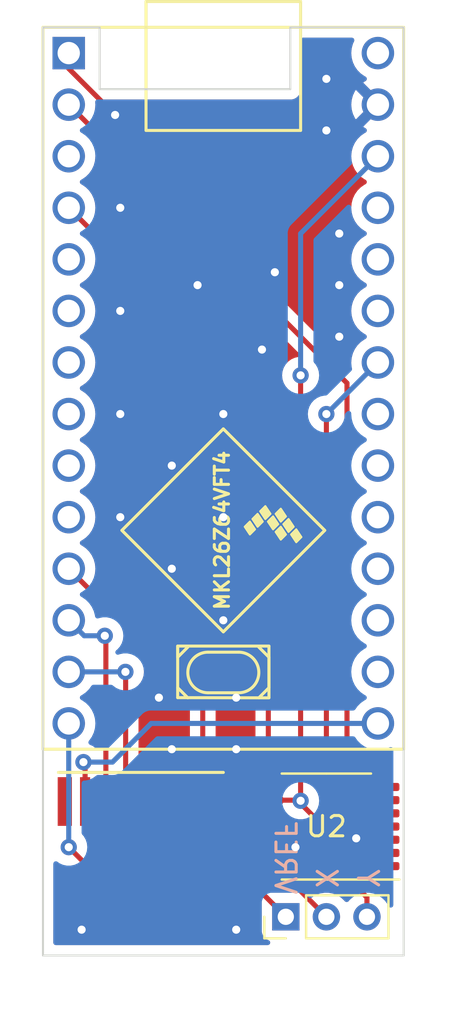
<source format=kicad_pcb>
(kicad_pcb (version 20211014) (generator pcbnew)
  (layers (0 "F.Cu" signal) (31 "B.Cu" signal) (34 "B.Paste" user) (35 "F.Paste" user) (36 "B.SilkS" user "B.Silkscreen") (37 "F.SilkS" user "F.Silkscreen") (38 "B.Mask" user) (39 "F.Mask" user) (44 "Edge.Cuts" user))
  (net 0 "")
  (net 1 "+3V3")
  (net 2 "GND")
  (net 8 "/CAP_COPI")
  (net 9 "/CAP_DR")
  (net 10 "/CAP_CS")
  (net 11 "/CAP_CIPO")
  (net 12 "/CAP_CLK")
  (net 13 "/VREF")
  (net 14 "/POT_X")
  (net 15 "/POT_Y")
  (net 16 "/VIN")
  (net 23 "/DAC_CLK")
  (net 33 "/DAC_LATCH")
  (net 35 "/DAC_DATA")
  (footprint "teensy:Teensy_LC" (layer "F.Cu") (at 134.62 102.87 -90)
    (fp_text reference "U1" hide)
    (fp_text value "Teensy-LC")
    (fp_text user "MKL26Z64VFT4" (at 7 0.06 90) (layer "F.SilkS") (effects (font (size 0.7 0.7))))
    (fp_line (start 12.7 2.25) (end 12.7 -2.25) (layer "F.SilkS") (width 0.15))
    (fp_line (start -19.05 3.81) (end -19.05 -3.81) (layer "F.SilkS") (width 0.15))
    (fp_line (start -12.7 3.81) (end -17.78 3.81) (layer "F.SilkS") (width 0.15))
    (fp_line (start 13 -0.75) (end 13 0.75) (layer "F.SilkS") (width 0.15))
    (fp_line (start 15.25 -2.25) (end 15.24 2.25) (layer "F.SilkS") (width 0.15))
    (fp_line (start 15 0.75) (end 15 -0.75) (layer "F.SilkS") (width 0.15))
    (fp_line (start 12.7 2.25) (end 13.25 2.25) (layer "F.SilkS") (width 0.15))
    (fp_line (start -17.78 8.89) (end -17.78 -8.89) (layer "F.SilkS") (width 0.15))
    (fp_line (start 14.75 -2.25) (end 13.25 -2.25) (layer "F.SilkS") (width 0.15))
    (fp_line (start 12.7 -2.25) (end 15.24 -2.25) (layer "F.SilkS") (width 0.15))
    (fp_line (start 15.24 2.25) (end 12.7 2.25) (layer "F.SilkS") (width 0.15))
    (fp_line (start 12 0) (end 7 -5) (layer "F.SilkS") (width 0.15))
    (fp_line (start 2 0) (end 7 5) (layer "F.SilkS") (width 0.15))
    (fp_line (start 7 -5) (end 2 0) (layer "F.SilkS") (width 0.15))
    (fp_line (start 7 5) (end 12 0) (layer "F.SilkS") (width 0.15))
    (fp_line (start 15.25 -1.75) (end 14.75 -2.25) (layer "F.SilkS") (width 0.15))
    (fp_line (start 15.25 1.75) (end 14.75 2.25) (layer "F.SilkS") (width 0.15))
    (fp_line (start 17.78 -8.89) (end 17.78 8.89) (layer "F.SilkS") (width 0.15))
    (fp_line (start -17.78 -8.89) (end 17.78 -8.89) (layer "F.SilkS") (width 0.15))
    (fp_line (start 17.78 8.89) (end -17.78 8.89) (layer "F.SilkS") (width 0.15))
    (fp_line (start 12.75 -1.75) (end 13.25 -2.25) (layer "F.SilkS") (width 0.15))
    (fp_line (start -12.7 3.81) (end -12.7 -3.81) (layer "F.SilkS") (width 0.15))
    (fp_line (start -17.78 3.81) (end -19.05 3.81) (layer "F.SilkS") (width 0.15))
    (fp_line (start 13.25 2.25) (end 12.75 1.75) (layer "F.SilkS") (width 0.15))
    (fp_line (start -19.05 -3.81) (end -17.78 -3.81) (layer "F.SilkS") (width 0.15))
    (fp_line (start -12.7 -3.81) (end -17.78 -3.81) (layer "F.SilkS") (width 0.15))
    (fp_arc (start 15 0.75) (mid 14 1.75) (end 13 0.75) (layer "F.SilkS") (width 0.15))
    (fp_arc (start 13 -0.75) (mid 14 -1.75) (end 15 -0.75) (layer "F.SilkS") (width 0.15))
    (fp_poly (pts (xy 6.695 -2.96) (xy 6.441 -3.214) (xy 6.822 -3.468) (xy 7.076 -3.214)) (layer "F.SilkS") (width 0.1) (fill solid))
    (fp_poly (pts (xy 6.441 -1.436) (xy 6.187 -1.69) (xy 6.568 -1.944) (xy 6.822 -1.69)) (layer "F.SilkS") (width 0.1) (fill solid))
    (fp_poly (pts (xy 6.822 -1.055) (xy 6.568 -1.309) (xy 6.949 -1.563) (xy 7.203 -1.309)) (layer "F.SilkS") (width 0.1) (fill solid))
    (fp_poly (pts (xy 6.06 -1.817) (xy 5.806 -2.071) (xy 6.187 -2.325) (xy 6.441 -2.071)) (layer "F.SilkS") (width 0.1) (fill solid))
    (fp_poly (pts (xy 7.203 -3.341) (xy 6.949 -3.595) (xy 7.33 -3.849) (xy 7.584 -3.595)) (layer "F.SilkS") (width 0.1) (fill solid))
    (fp_poly (pts (xy 7.076 -2.579) (xy 6.822 -2.833) (xy 7.203 -3.087) (xy 7.457 -2.833)) (layer "F.SilkS") (width 0.1) (fill solid))
    (fp_poly (pts (xy 6.568 -2.198) (xy 6.314 -2.452) (xy 6.695 -2.706) (xy 6.949 -2.452)) (layer "F.SilkS") (width 0.1) (fill solid))
    (fp_poly (pts (xy 6.187 -2.579) (xy 5.933 -2.833) (xy 6.314 -3.087) (xy 6.568 -2.833)) (layer "F.SilkS") (width 0.1) (fill solid))
    (pad "1" thru_hole rect (at -16.51 7.62 270) (size 1.6 1.6) (drill 1.1) (layers *.Cu *.Mask) (net 2 "GND"))
    (pad "2" thru_hole circle (at -13.97 7.62 270) (size 1.6 1.6) (drill 1.1) (layers *.Cu *.Mask) (net 35 "/DAC_DATA"))
    (pad "3" thru_hole circle (at -11.43 7.62 270) (size 1.6 1.6) (drill 1.1) (layers *.Cu *.Mask))
    (pad "4" thru_hole circle (at -8.89 7.62 270) (size 1.6 1.6) (drill 1.1) (layers *.Cu *.Mask) (net 33 "/DAC_LATCH"))
    (pad "5" thru_hole circle (at -6.35 7.62 270) (size 1.6 1.6) (drill 1.1) (layers *.Cu *.Mask))
    (pad "6" thru_hole circle (at -3.81 7.62 270) (size 1.6 1.6) (drill 1.1) (layers *.Cu *.Mask))
    (pad "7" thru_hole circle (at -1.27 7.62 270) (size 1.6 1.6) (drill 1.1) (layers *.Cu *.Mask))
    (pad "8" thru_hole circle (at 1.27 7.62 270) (size 1.6 1.6) (drill 1.1) (layers *.Cu *.Mask))
    (pad "9" thru_hole circle (at 3.81 7.62 270) (size 1.6 1.6) (drill 1.1) (layers *.Cu *.Mask))
    (pad "10" thru_hole circle (at 6.35 7.62 270) (size 1.6 1.6) (drill 1.1) (layers *.Cu *.Mask))
    (pad "11" thru_hole circle (at 8.89 7.62 270) (size 1.6 1.6) (drill 1.1) (layers *.Cu *.Mask) (net 9 "/CAP_DR"))
    (pad "12" thru_hole circle (at 11.43 7.62 270) (size 1.6 1.6) (drill 1.1) (layers *.Cu *.Mask) (net 10 "/CAP_CS"))
    (pad "13" thru_hole circle (at 13.97 7.62 270) (size 1.6 1.6) (drill 1.1) (layers *.Cu *.Mask) (net 8 "/CAP_COPI"))
    (pad "14" thru_hole circle (at 16.51 7.62 270) (size 1.6 1.6) (drill 1.1) (layers *.Cu *.Mask) (net 11 "/CAP_CIPO"))
    (pad "20" thru_hole circle (at 16.51 -7.62 270) (size 1.6 1.6) (drill 1.1) (layers *.Cu *.Mask) (net 12 "/CAP_CLK"))
    (pad "21" thru_hole circle (at 13.97 -7.62 270) (size 1.6 1.6) (drill 1.1) (layers *.Cu *.Mask))
    (pad "22" thru_hole circle (at 11.43 -7.62 270) (size 1.6 1.6) (drill 1.1) (layers *.Cu *.Mask))
    (pad "23" thru_hole circle (at 8.89 -7.62 270) (size 1.6 1.6) (drill 1.1) (layers *.Cu *.Mask))
    (pad "24" thru_hole circle (at 6.35 -7.62 270) (size 1.6 1.6) (drill 1.1) (layers *.Cu *.Mask))
    (pad "25" thru_hole circle (at 3.81 -7.62 270) (size 1.6 1.6) (drill 1.1) (layers *.Cu *.Mask))
    (pad "26" thru_hole circle (at 1.27 -7.62 270) (size 1.6 1.6) (drill 1.1) (layers *.Cu *.Mask))
    (pad "27" thru_hole circle (at -1.27 -7.62 270) (size 1.6 1.6) (drill 1.1) (layers *.Cu *.Mask) (net 23 "/DAC_CLK"))
    (pad "28" thru_hole circle (at -3.81 -7.62 270) (size 1.6 1.6) (drill 1.1) (layers *.Cu *.Mask))
    (pad "29" thru_hole circle (at -6.35 -7.62 270) (size 1.6 1.6) (drill 1.1) (layers *.Cu *.Mask))
    (pad "30" thru_hole circle (at -8.89 -7.62 270) (size 1.6 1.6) (drill 1.1) (layers *.Cu *.Mask))
    (pad "31" thru_hole circle (at -11.43 -7.62 270) (size 1.6 1.6) (drill 1.1) (layers *.Cu *.Mask) (net 1 "+3V3"))
    (pad "32" thru_hole circle (at -13.97 -7.62 270) (size 1.6 1.6) (drill 1.1) (layers *.Cu *.Mask) (net 2 "GND"))
    (pad "33" thru_hole circle (at -16.51 -7.62 270) (size 1.6 1.6) (drill 1.1) (layers *.Cu *.Mask) (net 16 "/VIN"))
  )
  (footprint "Dream Controller:TE Connectivity 12P0.5mm FPC" (layer "F.Cu") (at 133.306 126.526)
    (fp_text reference "J1" hide)
    (fp_text value "Touchplate")
    (pad "" smd rect (at 0.975 -3.3) (size 0.7 2.4) (layers "F.Cu" "F.Paste" "F.Mask"))
    (pad "" smd rect (at 1 1.2) (size 0.7 2.4) (layers "F.Cu" "F.Paste" "F.Mask"))
    (pad "" smd rect (at -6.5 -3.3) (size 0.7 2.4) (layers "F.Cu" "F.Paste" "F.Mask"))
    (pad "" smd rect (at -6.5 1.2) (size 0.7 2.4) (layers "F.Cu" "F.Paste" "F.Mask"))
    (pad "1" smd rect (at 0 1.2) (size 0.5 2.4) (layers "F.Cu" "F.Paste" "F.Mask") (net 1 "+3V3"))
    (pad "2" smd rect (at -0.5 -3.3) (size 0.5 2.4) (layers "F.Cu" "F.Paste" "F.Mask") (net 2 "GND"))
    (pad "3" smd rect (at -1 1.2) (size 0.5 2.4) (layers "F.Cu" "F.Paste" "F.Mask"))
    (pad "4" smd rect (at -1.5 -3.3) (size 0.5 2.4) (layers "F.Cu" "F.Paste" "F.Mask"))
    (pad "5" smd rect (at -2 1.2) (size 0.5 2.4) (layers "F.Cu" "F.Paste" "F.Mask"))
    (pad "6" smd rect (at -2.5 -3.3) (size 0.5 2.4) (layers "F.Cu" "F.Paste" "F.Mask"))
    (pad "7" smd rect (at -3 1.2) (size 0.5 2.4) (layers "F.Cu" "F.Paste" "F.Mask"))
    (pad "8" smd rect (at -3.5 -3.3) (size 0.5 2.4) (layers "F.Cu" "F.Paste" "F.Mask") (net 8 "/CAP_COPI"))
    (pad "9" smd rect (at -4 1.2) (size 0.5 2.4) (layers "F.Cu" "F.Paste" "F.Mask") (net 9 "/CAP_DR"))
    (pad "10" smd rect (at -4.475 -3.3) (size 0.5 2.4) (layers "F.Cu" "F.Paste" "F.Mask") (net 10 "/CAP_CS"))
    (pad "11" smd rect (at -4.975 1.2) (size 0.5 2.4) (layers "F.Cu" "F.Paste" "F.Mask") (net 11 "/CAP_CIPO"))
    (pad "12" smd rect (at -5.5 -3.3) (size 0.5 2.4) (layers "F.Cu" "F.Paste" "F.Mask") (net 12 "/CAP_CLK"))
  )
  (footprint "Connector_PinHeader_2.00mm:PinHeader_1x03_P2.00mm_Vertical" (layer "F.Cu") (at 137.7 128.905 90)
    (fp_text reference "J2" hide)
    (fp_text value "Joystick")
    (fp_line (start -1.06 0) (end -1.06 -1.06) (layer "F.SilkS") (width 0.12))
    (fp_line (start -1.06 1) (end 1.06 1) (layer "F.SilkS") (width 0.12))
    (fp_line (start -1.06 -1.06) (end 0 -1.06) (layer "F.SilkS") (width 0.12))
    (fp_line (start -1.06 1) (end -1.06 5.06) (layer "F.SilkS") (width 0.12))
    (fp_line (start -1.06 5.06) (end 1.06 5.06) (layer "F.SilkS") (width 0.12))
    (fp_line (start 1.06 1) (end 1.06 5.06) (layer "F.SilkS") (width 0.12))
    (pad "1" thru_hole rect (at 0 0 90) (size 1.35 1.35) (drill 0.8) (layers *.Cu *.Mask) (net 13 "/VREF"))
    (pad "2" thru_hole oval (at 0 2 90) (size 1.35 1.35) (drill 0.8) (layers *.Cu *.Mask) (net 14 "/POT_X"))
    (pad "3" thru_hole oval (at 0 4 90) (size 1.35 1.35) (drill 0.8) (layers *.Cu *.Mask) (net 15 "/POT_Y"))
  )
  (footprint "Package_SO:TSSOP-14_4.4x5mm_P0.65mm" (layer "F.Cu") (at 139.7 124.46 180)
    (fp_text reference "U2" (at 0 0) (layer "F.SilkS"))
    (fp_text value "MCP4922")
    (fp_line (start 0 -2.61) (end 2.2 -2.61) (layer "F.SilkS") (width 0.12))
    (fp_line (start 0 -2.61) (end -3.6 -2.61) (layer "F.SilkS") (width 0.12))
    (fp_line (start 0 2.61) (end 2.2 2.61) (layer "F.SilkS") (width 0.12))
    (fp_line (start 0 2.61) (end -2.2 2.61) (layer "F.SilkS") (width 0.12))
    (pad "1" smd roundrect (at -2.8625 -1.95 180) (size 1.475 0.4) (layers "F.Cu" "F.Paste" "F.Mask") (net 1 "+3V3"))
    (pad "2" smd roundrect (at -2.8625 -1.3 180) (size 1.475 0.4) (layers "F.Cu" "F.Paste" "F.Mask"))
    (pad "3" smd roundrect (at -2.8625 -0.65 180) (size 1.475 0.4) (layers "F.Cu" "F.Paste" "F.Mask") (net 2 "GND"))
    (pad "4" smd roundrect (at -2.8625 0 180) (size 1.475 0.4) (layers "F.Cu" "F.Paste" "F.Mask") (net 23 "/DAC_CLK"))
    (pad "5" smd roundrect (at -2.8625 0.65 180) (size 1.475 0.4) (layers "F.Cu" "F.Paste" "F.Mask") (net 35 "/DAC_DATA"))
    (pad "6" smd roundrect (at -2.8625 1.3 180) (size 1.475 0.4) (layers "F.Cu" "F.Paste" "F.Mask"))
    (pad "7" smd roundrect (at -2.8625 1.95 180) (size 1.475 0.4) (layers "F.Cu" "F.Paste" "F.Mask"))
    (pad "8" smd roundrect (at 2.8625 1.95 180) (size 1.475 0.4) (layers "F.Cu" "F.Paste" "F.Mask") (net 33 "/DAC_LATCH"))
    (pad "9" smd roundrect (at 2.8625 1.3 180) (size 1.475 0.4) (layers "F.Cu" "F.Paste" "F.Mask") (net 1 "+3V3"))
    (pad "10" smd roundrect (at 2.8625 0.65 180) (size 1.475 0.4) (layers "F.Cu" "F.Paste" "F.Mask") (net 15 "/POT_Y"))
    (pad "11" smd roundrect (at 2.8625 0 180) (size 1.475 0.4) (layers "F.Cu" "F.Paste" "F.Mask") (net 13 "/VREF"))
    (pad "12" smd roundrect (at 2.8625 -0.65 180) (size 1.475 0.4) (layers "F.Cu" "F.Paste" "F.Mask") (net 2 "GND"))
    (pad "13" smd roundrect (at 2.8625 -1.3 180) (size 1.475 0.4) (layers "F.Cu" "F.Paste" "F.Mask") (net 13 "/VREF"))
    (pad "14" smd roundrect (at 2.8625 -1.95 180) (size 1.475 0.4) (layers "F.Cu" "F.Paste" "F.Mask") (net 14 "/POT_X"))
  )
  (gr_line (start 134.62 121.793) (end 126.492 121.793) (layer "F.SilkS") (width 0.15))
  (gr_line (start 125.73 85.09) (end 128.524 85.09) (layer "Edge.Cuts") (width 0.1))
  (gr_line (start 143.51 85.09) (end 143.51 130.81) (layer "Edge.Cuts") (width 0.1))
  (gr_line (start 125.73 130.81) (end 125.73 85.09) (layer "Edge.Cuts") (width 0.1))
  (gr_line (start 137.922 85.09) (end 143.51 85.09) (layer "Edge.Cuts") (width 0.1))
  (gr_line (start 128.524 85.09) (end 128.524 88.138) (layer "Edge.Cuts") (width 0.1))
  (gr_line (start 137.922 88.138) (end 137.922 85.09) (layer "Edge.Cuts") (width 0.1))
  (gr_line (start 143.51 130.81) (end 125.73 130.81) (layer "Edge.Cuts") (width 0.1))
  (gr_line (start 128.524 88.138) (end 137.922 88.138) (layer "Edge.Cuts") (width 0.1))
  (gr_text "Y" (at 141.732 127 270) (layer "B.SilkS") (effects (font (size 1 1)) (justify mirror)))
  (gr_text "VREF" (at 137.668 125.984 270) (layer "B.SilkS") (effects (font (size 1 1)) (justify mirror)))
  (gr_text "X" (at 139.7 127 270) (layer "B.SilkS") (effects (font (size 1 1)) (justify mirror)))
  (segment (start 141.515499 126.41) (end 142.5625 126.41) (width 0.25) (layer "F.Cu") (net 1))
  (segment (start 138.43 123.324501) (end 141.515499 126.41) (width 0.25) (layer "F.Cu") (net 1))
  (segment (start 135.255 123.825) (end 135.255 124.46) (width 0.25) (layer "F.Cu") (net 1))
  (segment (start 138.43 123.19) (end 138.43 123.324501) (width 0.25) (layer "F.Cu") (net 1))
  (segment (start 133.306 126.409) (end 133.306 127.726) (width 0.25) (layer "F.Cu") (net 1))
  (segment (start 135.255 124.46) (end 133.306 126.409) (width 0.25) (layer "F.Cu") (net 1))
  (segment (start 138.43 123.19) (end 138.43 102.235) (width 0.25) (layer "F.Cu") (net 1))
  (segment (start 136.8375 123.16) (end 135.92 123.16) (width 0.25) (layer "F.Cu") (net 1))
  (segment (start 138.4 123.16) (end 138.43 123.19) (width 0.25) (layer "F.Cu") (net 1))
  (segment (start 136.8375 123.16) (end 138.4 123.16) (width 0.25) (layer "F.Cu") (net 1))
  (segment (start 135.92 123.16) (end 135.255 123.825) (width 0.25) (layer "F.Cu") (net 1))
  (via (at 138.43 123.19) (size 0.8) (drill 0.4) (layers "F.Cu" "B.Cu") (net 1))
  (via (at 138.43 102.235) (size 0.8) (drill 0.4) (layers "F.Cu" "B.Cu") (net 1))
  (segment (start 138.43 102.235) (end 138.43 95.25) (width 0.25) (layer "B.Cu") (net 1))
  (segment (start 138.43 95.25) (end 142.24 91.44) (width 0.25) (layer "B.Cu") (net 1))
  (segment (start 127 87.122) (end 129.286 89.408) (width 0.25) (layer "F.Cu") (net 2))
  (segment (start 142.5625 125.11) (end 141.240113 125.11) (width 0.25) (layer "F.Cu") (net 2))
  (segment (start 127 86.36) (end 127 87.122) (width 0.25) (layer "F.Cu") (net 2))
  (segment (start 136.8375 125.11) (end 137.81 125.11) (width 0.25) (layer "F.Cu") (net 2))
  (segment (start 141.240113 125.11) (end 141.170107 125.039994) (width 0.25) (layer "F.Cu") (net 2))
  (segment (start 137.81 125.11) (end 138.176 125.476) (width 0.25) (layer "F.Cu") (net 2))
  (via (at 138.176 125.476) (size 0.8) (drill 0.4) (layers "F.Cu" "B.Cu") (net 2))
  (via (at 132.08 120.65) (size 0.8) (drill 0.4) (layers "F.Cu" "B.Cu") (net 2))
  (via (at 129.54 93.98) (size 0.8) (drill 0.4) (layers "F.Cu" "B.Cu") (net 2))
  (via (at 139.7 87.63) (size 0.8) (drill 0.4) (layers "F.Cu" "B.Cu") (net 2))
  (via (at 133.35 97.79) (size 0.8) (drill 0.4) (layers "F.Cu" "B.Cu") (net 2))
  (via (at 135.255 129.54) (size 0.8) (drill 0.4) (layers "F.Cu" "B.Cu") (net 2))
  (via (at 136.525 100.965) (size 0.8) (drill 0.4) (layers "F.Cu" "B.Cu") (net 2))
  (via (at 140.335 95.25) (size 0.8) (drill 0.4) (layers "F.Cu" "B.Cu") (net 2))
  (via (at 134.62 114.3) (size 0.8) (drill 0.4) (layers "F.Cu" "B.Cu") (net 2))
  (via (at 132.08 111.76) (size 0.8) (drill 0.4) (layers "F.Cu" "B.Cu") (net 2))
  (via (at 129.54 109.22) (size 0.8) (drill 0.4) (layers "F.Cu" "B.Cu") (net 2))
  (via (at 129.54 104.14) (size 0.8) (drill 0.4) (layers "F.Cu" "B.Cu") (net 2))
  (via (at 135.255 120.65) (size 0.8) (drill 0.4) (layers "F.Cu" "B.Cu") (net 2))
  (via (at 139.7 90.17) (size 0.8) (drill 0.4) (layers "F.Cu" "B.Cu") (net 2))
  (via (at 137.16 97.155) (size 0.8) (drill 0.4) (layers "F.Cu" "B.Cu") (net 2))
  (via (at 134.62 109.22) (size 0.8) (drill 0.4) (layers "F.Cu" "B.Cu") (net 2))
  (via (at 129.54 99.06) (size 0.8) (drill 0.4) (layers "F.Cu" "B.Cu") (net 2))
  (via (at 131.445 118.11) (size 0.8) (drill 0.4) (layers "F.Cu" "B.Cu") (net 2))
  (via (at 140.335 97.79) (size 0.8) (drill 0.4) (layers "F.Cu" "B.Cu") (net 2))
  (via (at 132.08 106.68) (size 0.8) (drill 0.4) (layers "F.Cu" "B.Cu") (net 2))
  (via (at 141.170107 125.039994) (size 0.8) (drill 0.4) (layers "F.Cu" "B.Cu") (net 2))
  (via (at 140.335 100.33) (size 0.8) (drill 0.4) (layers "F.Cu" "B.Cu") (net 2))
  (via (at 129.286 89.408) (size 0.8) (drill 0.4) (layers "F.Cu" "B.Cu") (net 2))
  (via (at 134.62 104.14) (size 0.8) (drill 0.4) (layers "F.Cu" "B.Cu") (net 2))
  (via (at 127.635 129.54) (size 0.8) (drill 0.4) (layers "F.Cu" "B.Cu") (net 2))
  (via (at 135.255 118.11) (size 0.8) (drill 0.4) (layers "F.Cu" "B.Cu") (net 2))
  (segment (start 129.806 116.852) (end 129.794 116.84) (width 0.25) (layer "F.Cu") (net 8))
  (segment (start 129.806 123.226) (end 129.806 116.852) (width 0.25) (layer "F.Cu") (net 8))
  (via (at 129.794 116.84) (size 0.8) (drill 0.4) (layers "F.Cu" "B.Cu") (net 8))
  (segment (start 129.794 116.84) (end 127 116.84) (width 0.25) (layer "B.Cu") (net 8))
  (segment (start 129.306 125.964) (end 129.306 127.726) (width 0.25) (layer "F.Cu") (net 9))
  (segment (start 129.54 125.73) (end 129.306 125.964) (width 0.25) (layer "F.Cu") (net 9))
  (segment (start 127 111.76) (end 133.606489 118.366489) (width 0.25) (layer "F.Cu") (net 9))
  (segment (start 129.306 127.726) (end 129.306 126.004) (width 0.25) (layer "F.Cu") (net 9))
  (segment (start 133.606489 124.524533) (end 132.401022 125.73) (width 0.25) (layer "F.Cu") (net 9))
  (segment (start 132.401022 125.73) (end 129.54 125.73) (width 0.25) (layer "F.Cu") (net 9))
  (segment (start 133.606489 118.366489) (end 133.606489 124.524533) (width 0.25) (layer "F.Cu") (net 9))
  (segment (start 128.831 115.115) (end 128.778 115.062) (width 0.25) (layer "F.Cu") (net 10))
  (segment (start 128.831 123.226) (end 128.831 115.115) (width 0.25) (layer "F.Cu") (net 10))
  (via (at 128.778 115.062) (size 0.8) (drill 0.4) (layers "F.Cu" "B.Cu") (net 10))
  (segment (start 127.762 115.062) (end 127 114.3) (width 0.25) (layer "B.Cu") (net 10))
  (segment (start 128.778 115.062) (end 127.762 115.062) (width 0.25) (layer "B.Cu") (net 10))
  (segment (start 128.331 126.807) (end 127 125.476) (width 0.25) (layer "F.Cu") (net 11))
  (segment (start 128.331 127.726) (end 128.331 126.807) (width 0.25) (layer "F.Cu") (net 11))
  (via (at 127 125.476) (size 0.8) (drill 0.4) (layers "F.Cu" "B.Cu") (net 11))
  (segment (start 127 125.476) (end 127 119.38) (width 0.25) (layer "B.Cu") (net 11))
  (segment (start 127.806 123.226) (end 127.806 121.3665) (width 0.25) (layer "F.Cu") (net 12))
  (segment (start 127.806 121.3665) (end 127.7245 121.285) (width 0.25) (layer "F.Cu") (net 12))
  (via (at 127.7245 121.285) (size 0.8) (drill 0.4) (layers "F.Cu" "B.Cu") (net 12))
  (segment (start 131.064 119.38) (end 142.24 119.38) (width 0.25) (layer "B.Cu") (net 12))
  (segment (start 127.7245 121.285) (end 129.159 121.285) (width 0.25) (layer "B.Cu") (net 12))
  (segment (start 129.159 121.285) (end 131.064 119.38) (width 0.25) (layer "B.Cu") (net 12))
  (segment (start 135.86 125.76) (end 135.77548 125.84452) (width 0.25) (layer "F.Cu") (net 13))
  (segment (start 136.8375 124.46) (end 135.89 124.46) (width 0.25) (layer "F.Cu") (net 13))
  (segment (start 135.77548 124.57452) (end 135.77548 125.84452) (width 0.25) (layer "F.Cu") (net 13))
  (segment (start 135.77548 126.98048) (end 137.7 128.905) (width 0.25) (layer "F.Cu") (net 13))
  (segment (start 135.89 124.46) (end 135.77548 124.57452) (width 0.25) (layer "F.Cu") (net 13))
  (segment (start 136.8375 125.76) (end 135.86 125.76) (width 0.25) (layer "F.Cu") (net 13))
  (segment (start 135.77548 125.84452) (end 135.77548 126.98048) (width 0.25) (layer "F.Cu") (net 13))
  (segment (start 137.205 126.41) (end 139.7 128.905) (width 0.25) (layer "F.Cu") (net 14))
  (segment (start 136.8375 126.41) (end 137.205 126.41) (width 0.25) (layer "F.Cu") (net 14))
  (segment (start 141.7 128.905) (end 141.7 127.950406) (width 0.25) (layer "F.Cu") (net 15))
  (segment (start 137.559594 123.81) (end 136.8375 123.81) (width 0.25) (layer "F.Cu") (net 15))
  (segment (start 141.7 127.950406) (end 137.559594 123.81) (width 0.25) (layer "F.Cu") (net 15))
  (segment (start 139.7 122.555718) (end 139.7 104.14) (width 0.25) (layer "F.Cu") (net 23))
  (segment (start 141.604282 124.46) (end 139.7 122.555718) (width 0.25) (layer "F.Cu") (net 23))
  (segment (start 142.5625 124.46) (end 141.604282 124.46) (width 0.25) (layer "F.Cu") (net 23))
  (via (at 139.7 104.14) (size 0.8) (drill 0.4) (layers "F.Cu" "B.Cu") (net 23))
  (segment (start 139.7 104.14) (end 142.24 101.6) (width 0.25) (layer "B.Cu") (net 23))
  (segment (start 127 93.98) (end 136.8375 103.8175) (width 0.25) (layer "F.Cu") (net 33))
  (segment (start 136.8375 103.8175) (end 136.8375 122.51) (width 0.25) (layer "F.Cu") (net 33))
  (segment (start 140.716 102.616) (end 127 88.9) (width 0.25) (layer "F.Cu") (net 35))
  (segment (start 142.5625 123.81) (end 141.59 123.81) (width 0.25) (layer "F.Cu") (net 35))
  (segment (start 140.716 122.936) (end 140.716 102.616) (width 0.25) (layer "F.Cu") (net 35))
  (segment (start 141.59 123.81) (end 140.716 122.936) (width 0.25) (layer "F.Cu") (net 35))
  (zone (net 0) (net_name "") (layer "F.Cu") (connect_pads (clearance 0)) (min_thickness 0.254)
    (keepout (tracks allowed) (vias allowed) (pads allowed) (copperpour not_allowed) (footprints allowed))
    (fill (thermal_gap 0.508) (thermal_bridge_width 0.508))
    (polygon (pts (xy 137.922 121.92) (xy 137.414 121.92) (xy 137.414 103.632) (xy 137.922 103.378)))
  )
  (zone (net 2) (net_name "GND") (layers F&B.Cu) (connect_pads (clearance 0.508)) (min_thickness 0.254) (fill yes (thermal_gap 0.508) (thermal_bridge_width 0.508))
    (polygon (pts (xy 143.51 130.81) (xy 125.73 130.81) (xy 125.73 85.09) (xy 143.51 85.09)))
  )
)
</source>
